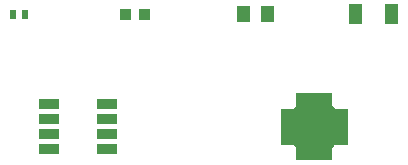
<source format=gbr>
G04 #@! TF.GenerationSoftware,KiCad,Pcbnew,(5.0.2)-1*
G04 #@! TF.CreationDate,2019-05-10T15:40:41-04:00*
G04 #@! TF.ProjectId,Business Card,42757369-6e65-4737-9320-436172642e6b,rev?*
G04 #@! TF.SameCoordinates,Original*
G04 #@! TF.FileFunction,Soldermask,Bot*
G04 #@! TF.FilePolarity,Negative*
%FSLAX46Y46*%
G04 Gerber Fmt 4.6, Leading zero omitted, Abs format (unit mm)*
G04 Created by KiCad (PCBNEW (5.0.2)-1) date 5/10/2019 3:40:41 PM*
%MOMM*%
%LPD*%
G01*
G04 APERTURE LIST*
%ADD10C,0.100000*%
G04 APERTURE END LIST*
D10*
G36*
X180526000Y-93199000D02*
X180528402Y-93223386D01*
X180535515Y-93246835D01*
X180547066Y-93268446D01*
X180562612Y-93287388D01*
X180581554Y-93302934D01*
X180603165Y-93314485D01*
X180626614Y-93321598D01*
X180651000Y-93324000D01*
X180676000Y-93324000D01*
X180676000Y-93349000D01*
X180678402Y-93373386D01*
X180685515Y-93396835D01*
X180697066Y-93418446D01*
X180712612Y-93437388D01*
X180731554Y-93452934D01*
X180753165Y-93464485D01*
X180776614Y-93471598D01*
X180801000Y-93474000D01*
X181866000Y-93474000D01*
X181866000Y-96526000D01*
X180801000Y-96526000D01*
X180776614Y-96528402D01*
X180753165Y-96535515D01*
X180731554Y-96547066D01*
X180712612Y-96562612D01*
X180697066Y-96581554D01*
X180685515Y-96603165D01*
X180678402Y-96626614D01*
X180676000Y-96651000D01*
X180676000Y-96676000D01*
X180651000Y-96676000D01*
X180626614Y-96678402D01*
X180603165Y-96685515D01*
X180581554Y-96697066D01*
X180562612Y-96712612D01*
X180547066Y-96731554D01*
X180535515Y-96753165D01*
X180528402Y-96776614D01*
X180526000Y-96801000D01*
X180526000Y-97866000D01*
X177474000Y-97866000D01*
X177474000Y-96801000D01*
X177471598Y-96776614D01*
X177464485Y-96753165D01*
X177452934Y-96731554D01*
X177437388Y-96712612D01*
X177418446Y-96697066D01*
X177396835Y-96685515D01*
X177373386Y-96678402D01*
X177349000Y-96676000D01*
X177324000Y-96676000D01*
X177324000Y-96651000D01*
X177321598Y-96626614D01*
X177314485Y-96603165D01*
X177302934Y-96581554D01*
X177287388Y-96562612D01*
X177268446Y-96547066D01*
X177246835Y-96535515D01*
X177223386Y-96528402D01*
X177199000Y-96526000D01*
X176134000Y-96526000D01*
X176134000Y-93474000D01*
X177199000Y-93474000D01*
X177223386Y-93471598D01*
X177246835Y-93464485D01*
X177268446Y-93452934D01*
X177287388Y-93437388D01*
X177302934Y-93418446D01*
X177314485Y-93396835D01*
X177321598Y-93373386D01*
X177324000Y-93349000D01*
X177324000Y-93324000D01*
X177349000Y-93324000D01*
X177373386Y-93321598D01*
X177396835Y-93314485D01*
X177418446Y-93302934D01*
X177437388Y-93287388D01*
X177452934Y-93268446D01*
X177464485Y-93246835D01*
X177471598Y-93223386D01*
X177474000Y-93199000D01*
X177474000Y-92134000D01*
X180526000Y-92134000D01*
X180526000Y-93199000D01*
X180526000Y-93199000D01*
G37*
G36*
X162316000Y-97306000D02*
X160614000Y-97306000D01*
X160614000Y-96504000D01*
X162316000Y-96504000D01*
X162316000Y-97306000D01*
X162316000Y-97306000D01*
G37*
G36*
X157386000Y-97306000D02*
X155684000Y-97306000D01*
X155684000Y-96504000D01*
X157386000Y-96504000D01*
X157386000Y-97306000D01*
X157386000Y-97306000D01*
G37*
G36*
X162316000Y-96036000D02*
X160614000Y-96036000D01*
X160614000Y-95234000D01*
X162316000Y-95234000D01*
X162316000Y-96036000D01*
X162316000Y-96036000D01*
G37*
G36*
X157386000Y-96036000D02*
X155684000Y-96036000D01*
X155684000Y-95234000D01*
X157386000Y-95234000D01*
X157386000Y-96036000D01*
X157386000Y-96036000D01*
G37*
G36*
X157386000Y-94766000D02*
X155684000Y-94766000D01*
X155684000Y-93964000D01*
X157386000Y-93964000D01*
X157386000Y-94766000D01*
X157386000Y-94766000D01*
G37*
G36*
X162316000Y-94766000D02*
X160614000Y-94766000D01*
X160614000Y-93964000D01*
X162316000Y-93964000D01*
X162316000Y-94766000D01*
X162316000Y-94766000D01*
G37*
G36*
X157386000Y-93496000D02*
X155684000Y-93496000D01*
X155684000Y-92694000D01*
X157386000Y-92694000D01*
X157386000Y-93496000D01*
X157386000Y-93496000D01*
G37*
G36*
X162316000Y-93496000D02*
X160614000Y-93496000D01*
X160614000Y-92694000D01*
X162316000Y-92694000D01*
X162316000Y-93496000D01*
X162316000Y-93496000D01*
G37*
G36*
X183050240Y-86351100D02*
X181947480Y-86351100D01*
X181947480Y-84648900D01*
X183050240Y-84648900D01*
X183050240Y-86351100D01*
X183050240Y-86351100D01*
G37*
G36*
X186052520Y-86351100D02*
X184949760Y-86351100D01*
X184949760Y-84648900D01*
X186052520Y-84648900D01*
X186052520Y-86351100D01*
X186052520Y-86351100D01*
G37*
G36*
X175552140Y-86175840D02*
X174449380Y-86175840D01*
X174449380Y-84824160D01*
X175552140Y-84824160D01*
X175552140Y-86175840D01*
X175552140Y-86175840D01*
G37*
G36*
X173550620Y-86175840D02*
X172447860Y-86175840D01*
X172447860Y-84824160D01*
X173550620Y-84824160D01*
X173550620Y-86175840D01*
X173550620Y-86175840D01*
G37*
G36*
X163451050Y-85951050D02*
X162548950Y-85951050D01*
X162548950Y-85048950D01*
X163451050Y-85048950D01*
X163451050Y-85951050D01*
X163451050Y-85951050D01*
G37*
G36*
X165051250Y-85951050D02*
X164149150Y-85951050D01*
X164149150Y-85048950D01*
X165051250Y-85048950D01*
X165051250Y-85951050D01*
X165051250Y-85951050D01*
G37*
G36*
X153750390Y-85850720D02*
X153249610Y-85850720D01*
X153249610Y-85149280D01*
X153750390Y-85149280D01*
X153750390Y-85850720D01*
X153750390Y-85850720D01*
G37*
G36*
X154751150Y-85850720D02*
X154250370Y-85850720D01*
X154250370Y-85149280D01*
X154751150Y-85149280D01*
X154751150Y-85850720D01*
X154751150Y-85850720D01*
G37*
M02*

</source>
